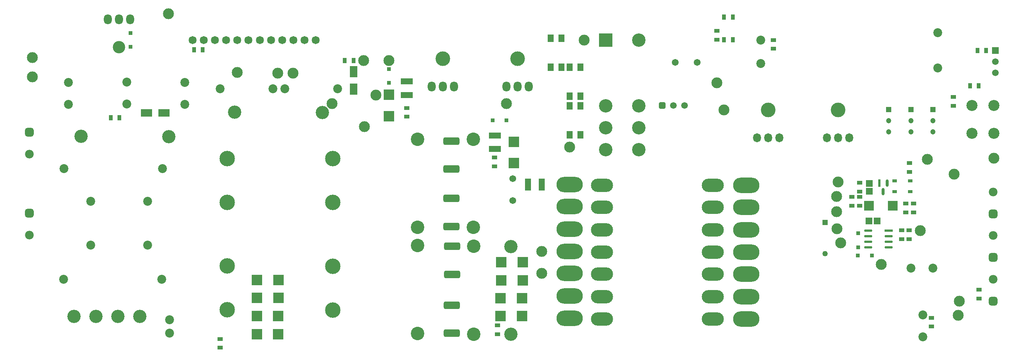
<source format=gbr>
%TF.GenerationSoftware,Altium Limited,Altium Designer,24.3.1 (35)*%
G04 Layer_Color=16711935*
%FSLAX43Y43*%
%MOMM*%
%TF.SameCoordinates,2EF1D394-34E5-4190-8ABA-250447B0B6E5*%
%TF.FilePolarity,Negative*%
%TF.FileFunction,Soldermask,Bot*%
%TF.Part,Single*%
G01*
G75*
%TA.AperFunction,ComponentPad*%
%ADD30C,3.048*%
%ADD47R,3.048X3.048*%
%ADD49R,1.200X1.200*%
%ADD50C,1.200*%
%ADD51C,1.250*%
%ADD52R,1.250X1.250*%
%TA.AperFunction,SMDPad,CuDef*%
%ADD57R,1.405X2.806*%
%ADD63R,2.500X1.700*%
%ADD64R,1.700X2.500*%
%ADD65R,2.806X1.405*%
%ADD67R,0.627X1.659*%
G04:AMPARAMS|DCode=68|XSize=1.659mm|YSize=0.627mm|CornerRadius=0.313mm|HoleSize=0mm|Usage=FLASHONLY|Rotation=270.000|XOffset=0mm|YOffset=0mm|HoleType=Round|Shape=RoundedRectangle|*
%AMROUNDEDRECTD68*
21,1,1.659,0.000,0,0,270.0*
21,1,1.032,0.627,0,0,270.0*
1,1,0.627,0.000,-0.516*
1,1,0.627,0.000,0.516*
1,1,0.627,0.000,0.516*
1,1,0.627,0.000,-0.516*
%
%ADD68ROUNDEDRECTD68*%
%ADD70R,1.556X1.505*%
G04:AMPARAMS|DCode=71|XSize=1.874mm|YSize=0.543mm|CornerRadius=0.272mm|HoleSize=0mm|Usage=FLASHONLY|Rotation=180.000|XOffset=0mm|YOffset=0mm|HoleType=Round|Shape=RoundedRectangle|*
%AMROUNDEDRECTD71*
21,1,1.874,0.000,0,0,180.0*
21,1,1.331,0.543,0,0,180.0*
1,1,0.543,-0.665,0.000*
1,1,0.543,0.665,0.000*
1,1,0.543,0.665,0.000*
1,1,0.543,-0.665,0.000*
%
%ADD71ROUNDEDRECTD71*%
%ADD72R,1.874X0.543*%
%ADD74R,1.505X1.556*%
%ADD97R,1.280X0.830*%
G04:AMPARAMS|DCode=98|XSize=3.72mm|YSize=1.72mm|CornerRadius=0.435mm|HoleSize=0mm|Usage=FLASHONLY|Rotation=0.000|XOffset=0mm|YOffset=0mm|HoleType=Round|Shape=RoundedRectangle|*
%AMROUNDEDRECTD98*
21,1,3.720,0.850,0,0,0.0*
21,1,2.850,1.720,0,0,0.0*
1,1,0.870,1.425,-0.425*
1,1,0.870,-1.425,-0.425*
1,1,0.870,-1.425,0.425*
1,1,0.870,1.425,0.425*
%
%ADD98ROUNDEDRECTD98*%
%ADD99R,2.420X2.420*%
%ADD100R,0.830X1.280*%
%ADD101R,0.970X0.920*%
%ADD102R,2.420X2.420*%
%ADD103R,0.920X0.970*%
%ADD104R,1.470X1.820*%
%ADD105R,2.320X2.320*%
%ADD106R,1.020X0.720*%
%TA.AperFunction,ComponentPad*%
%ADD107C,1.544*%
%ADD108C,3.068*%
%ADD109O,5.020X3.020*%
%ADD110O,6.020X3.520*%
%ADD111C,3.520*%
%ADD112C,2.520*%
%ADD113C,2.020*%
%ADD114C,2.489*%
%ADD115C,3.020*%
%ADD116C,1.970*%
G04:AMPARAMS|DCode=117|XSize=1.97mm|YSize=1.97mm|CornerRadius=0.497mm|HoleSize=0mm|Usage=FLASHONLY|Rotation=90.000|XOffset=0mm|YOffset=0mm|HoleType=Round|Shape=RoundedRectangle|*
%AMROUNDEDRECTD117*
21,1,1.970,0.975,0,0,90.0*
21,1,0.975,1.970,0,0,90.0*
1,1,0.995,0.488,0.488*
1,1,0.995,0.488,-0.488*
1,1,0.995,-0.488,-0.488*
1,1,0.995,-0.488,0.488*
%
%ADD117ROUNDEDRECTD117*%
%ADD118O,1.798X2.052*%
%ADD119C,3.322*%
%ADD120O,1.798X2.306*%
%ADD121C,2.814*%
%ADD122C,1.820*%
%ADD123C,1.520*%
G04:AMPARAMS|DCode=124|XSize=1.52mm|YSize=1.52mm|CornerRadius=0.385mm|HoleSize=0mm|Usage=FLASHONLY|Rotation=180.000|XOffset=0mm|YOffset=0mm|HoleType=Round|Shape=RoundedRectangle|*
%AMROUNDEDRECTD124*
21,1,1.520,0.750,0,0,180.0*
21,1,0.750,1.520,0,0,180.0*
1,1,0.770,-0.375,0.375*
1,1,0.770,0.375,0.375*
1,1,0.770,0.375,-0.375*
1,1,0.770,-0.375,-0.375*
%
%ADD124ROUNDEDRECTD124*%
%ADD125R,1.520X1.520*%
D30*
X143350Y72325D02*
D03*
X135850Y57325D02*
D03*
Y52325D02*
D03*
Y47325D02*
D03*
X143350D02*
D03*
Y52325D02*
D03*
Y57325D02*
D03*
D47*
X135850Y72325D02*
D03*
D49*
X205317Y56465D02*
D03*
X210332D02*
D03*
X200277D02*
D03*
D50*
X205317Y53925D02*
D03*
Y51385D02*
D03*
X210332Y53925D02*
D03*
Y51385D02*
D03*
X200277Y53925D02*
D03*
Y51385D02*
D03*
D51*
X185800Y23600D02*
D03*
D52*
Y30700D02*
D03*
D57*
X118124Y39371D02*
D03*
X121225D02*
D03*
D63*
X31241Y55729D02*
D03*
X35241D02*
D03*
D64*
X78391Y65101D02*
D03*
Y61101D02*
D03*
D65*
X90525Y62901D02*
D03*
Y59799D02*
D03*
X110550Y50551D02*
D03*
Y47449D02*
D03*
D67*
X198104Y39728D02*
D03*
D68*
X199934D02*
D03*
X199019Y37775D02*
D03*
D70*
X195864Y37801D02*
D03*
Y39602D02*
D03*
D71*
X195603Y28882D02*
D03*
Y27612D02*
D03*
Y26342D02*
D03*
Y25072D02*
D03*
X200235D02*
D03*
Y26342D02*
D03*
Y27612D02*
D03*
D72*
Y28882D02*
D03*
D74*
X197595Y31077D02*
D03*
X195793D02*
D03*
D97*
X214950Y59300D02*
D03*
Y57300D02*
D03*
X174025Y72300D02*
D03*
Y70300D02*
D03*
X220825Y15375D02*
D03*
Y13375D02*
D03*
X209994Y7000D02*
D03*
Y9000D02*
D03*
X111225Y5225D02*
D03*
Y7225D02*
D03*
X48025Y2175D02*
D03*
Y4175D02*
D03*
X161149Y74375D02*
D03*
Y72375D02*
D03*
X90525Y54825D02*
D03*
Y56825D02*
D03*
X110500Y43525D02*
D03*
Y45525D02*
D03*
X203191Y28909D02*
D03*
Y26909D02*
D03*
X204941Y28909D02*
D03*
Y26909D02*
D03*
X205914Y33028D02*
D03*
Y35028D02*
D03*
X204186Y33027D02*
D03*
Y35027D02*
D03*
X204993Y44250D02*
D03*
Y42250D02*
D03*
X193633Y36552D02*
D03*
Y34552D02*
D03*
X191869Y36552D02*
D03*
Y34552D02*
D03*
X193633Y37777D02*
D03*
Y39777D02*
D03*
D98*
X100675Y36200D02*
D03*
Y29800D02*
D03*
X100825Y25275D02*
D03*
Y18875D02*
D03*
X100675Y42900D02*
D03*
Y49300D02*
D03*
X100799Y11854D02*
D03*
Y5454D02*
D03*
D99*
X86450Y54969D02*
D03*
Y59850D02*
D03*
X114878Y49130D02*
D03*
Y44249D02*
D03*
D100*
X164750Y77573D02*
D03*
X162750D02*
D03*
X23100Y54630D02*
D03*
X25100D02*
D03*
X44075Y70125D02*
D03*
X42075D02*
D03*
X76375Y67675D02*
D03*
X78375D02*
D03*
X164750Y72400D02*
D03*
X162750D02*
D03*
X218775Y61850D02*
D03*
X220775D02*
D03*
X220450Y69950D02*
D03*
X222450D02*
D03*
D101*
X27600Y70725D02*
D03*
X27600Y73875D02*
D03*
X86449Y65675D02*
D03*
X86449Y62525D02*
D03*
X193283Y28227D02*
D03*
X193283Y25077D02*
D03*
D102*
X56375Y9400D02*
D03*
X61256D02*
D03*
X61275Y13500D02*
D03*
X56394D02*
D03*
X112025Y21700D02*
D03*
X116906D02*
D03*
X111875Y9375D02*
D03*
X116756D02*
D03*
X116900Y17550D02*
D03*
X112019D02*
D03*
X61256Y5250D02*
D03*
X56375D02*
D03*
X56394Y17625D02*
D03*
X61275D02*
D03*
X111894Y13475D02*
D03*
X116775D02*
D03*
D103*
X193264Y23152D02*
D03*
X196414Y23152D02*
D03*
X110050Y54000D02*
D03*
X113200Y54000D02*
D03*
D104*
X125750Y72675D02*
D03*
Y66125D02*
D03*
X123300Y72675D02*
D03*
Y66125D02*
D03*
X127625Y50725D02*
D03*
Y57275D02*
D03*
X130075Y50725D02*
D03*
Y57275D02*
D03*
X127625Y59525D02*
D03*
Y66075D02*
D03*
X130075Y59525D02*
D03*
Y66075D02*
D03*
D105*
X201169Y34552D02*
D03*
X195769D02*
D03*
D106*
X201644Y40177D02*
D03*
X205144D02*
D03*
Y37727D02*
D03*
X201644D02*
D03*
D107*
X114675Y35725D02*
D03*
Y40675D02*
D03*
X151675Y67225D02*
D03*
X156625D02*
D03*
D108*
X105667Y29592D02*
D03*
Y49658D02*
D03*
X93000Y25441D02*
D03*
Y5375D02*
D03*
Y49658D02*
D03*
Y29592D02*
D03*
X105725Y5271D02*
D03*
Y25337D02*
D03*
D109*
X160214Y13813D02*
D03*
Y18979D02*
D03*
Y23973D02*
D03*
Y29053D02*
D03*
Y34219D02*
D03*
Y39213D02*
D03*
X134941Y8733D02*
D03*
Y13813D02*
D03*
Y18979D02*
D03*
Y23973D02*
D03*
Y29053D02*
D03*
Y34219D02*
D03*
Y39213D02*
D03*
X160214Y8733D02*
D03*
D110*
X167834Y13813D02*
D03*
Y18979D02*
D03*
Y23973D02*
D03*
Y29053D02*
D03*
Y34219D02*
D03*
Y39213D02*
D03*
Y8733D02*
D03*
X127575Y13940D02*
D03*
Y19106D02*
D03*
Y24100D02*
D03*
Y29180D02*
D03*
Y34346D02*
D03*
Y39340D02*
D03*
Y8860D02*
D03*
D111*
X73700Y45275D02*
D03*
Y35275D02*
D03*
X49650Y10825D02*
D03*
Y20825D02*
D03*
Y35275D02*
D03*
Y45275D02*
D03*
X73700Y20700D02*
D03*
Y10700D02*
D03*
D112*
X224184Y51001D02*
D03*
X219184D02*
D03*
Y57351D02*
D03*
X224184D02*
D03*
D113*
X211425Y73975D02*
D03*
Y65975D02*
D03*
X171150Y66941D02*
D03*
Y72275D02*
D03*
X205350Y20325D02*
D03*
X210350D02*
D03*
X208000Y4600D02*
D03*
Y9600D02*
D03*
X13475Y62600D02*
D03*
Y57600D02*
D03*
X39975Y62625D02*
D03*
Y57625D02*
D03*
X26775Y57750D02*
D03*
Y62750D02*
D03*
X31525Y35525D02*
D03*
X18525D02*
D03*
X31525Y25525D02*
D03*
X18525D02*
D03*
X36500Y5450D02*
D03*
Y8550D02*
D03*
X34875Y42975D02*
D03*
X12475D02*
D03*
X34750Y17800D02*
D03*
X12350D02*
D03*
X48041Y61225D02*
D03*
X60041D02*
D03*
X62791D02*
D03*
X74791D02*
D03*
D114*
X162750Y56350D02*
D03*
X5225Y68325D02*
D03*
X216125Y9524D02*
D03*
X216328Y12750D02*
D03*
X5239Y63925D02*
D03*
X83475Y59799D02*
D03*
X86448Y67625D02*
D03*
X51875Y64925D02*
D03*
X73517Y57776D02*
D03*
X127650Y47875D02*
D03*
X80700Y67675D02*
D03*
X80875Y52525D02*
D03*
X61125Y64778D02*
D03*
X198550Y21175D02*
D03*
X130900Y72325D02*
D03*
X36225Y78300D02*
D03*
X64646Y64757D02*
D03*
X121275Y19150D02*
D03*
X121225Y24100D02*
D03*
X188725Y39952D02*
D03*
X189365Y26070D02*
D03*
X215125Y41725D02*
D03*
X113227Y57825D02*
D03*
X207489Y28895D02*
D03*
X188464Y29250D02*
D03*
X224250Y45403D02*
D03*
X161149Y62575D02*
D03*
X188389Y36677D02*
D03*
X188414Y33189D02*
D03*
X209025Y45100D02*
D03*
D115*
X29725Y9300D02*
D03*
X14725D02*
D03*
X19725D02*
D03*
X24725D02*
D03*
X16325Y50325D02*
D03*
X36300Y50275D02*
D03*
X114257Y25184D02*
D03*
X114207Y5209D02*
D03*
X51350Y55850D02*
D03*
X71325Y55800D02*
D03*
D116*
X224041Y17750D02*
D03*
X4550Y46325D02*
D03*
X4575Y27875D02*
D03*
X224041Y27750D02*
D03*
Y37675D02*
D03*
D117*
X224041Y12750D02*
D03*
X4550Y51325D02*
D03*
X4575Y32875D02*
D03*
X224041Y22750D02*
D03*
Y32675D02*
D03*
D118*
X170260Y50050D02*
D03*
X172800D02*
D03*
X175340D02*
D03*
X186177Y50027D02*
D03*
X188717D02*
D03*
X191257D02*
D03*
D119*
X172800Y56400D02*
D03*
X188717Y56377D02*
D03*
X115767Y68077D02*
D03*
X98742D02*
D03*
D120*
X27525Y77050D02*
D03*
X24985D02*
D03*
X22445D02*
D03*
X118307Y61727D02*
D03*
X115767D02*
D03*
X113227D02*
D03*
X96202D02*
D03*
X98742D02*
D03*
X101282D02*
D03*
D121*
X24985Y70700D02*
D03*
D122*
X59631Y72250D02*
D03*
X69791D02*
D03*
X49381D02*
D03*
X51921D02*
D03*
X54461D02*
D03*
X57091D02*
D03*
X44301D02*
D03*
X62171D02*
D03*
X64711D02*
D03*
X67251D02*
D03*
X41761D02*
D03*
X46841D02*
D03*
D123*
X153790Y57375D02*
D03*
X151250D02*
D03*
X224525Y64870D02*
D03*
Y67410D02*
D03*
D124*
X148710Y57375D02*
D03*
D125*
X224525Y69950D02*
D03*
%TF.MD5,6d9389e6eb3b624eb50852f370410ae6*%
M02*

</source>
